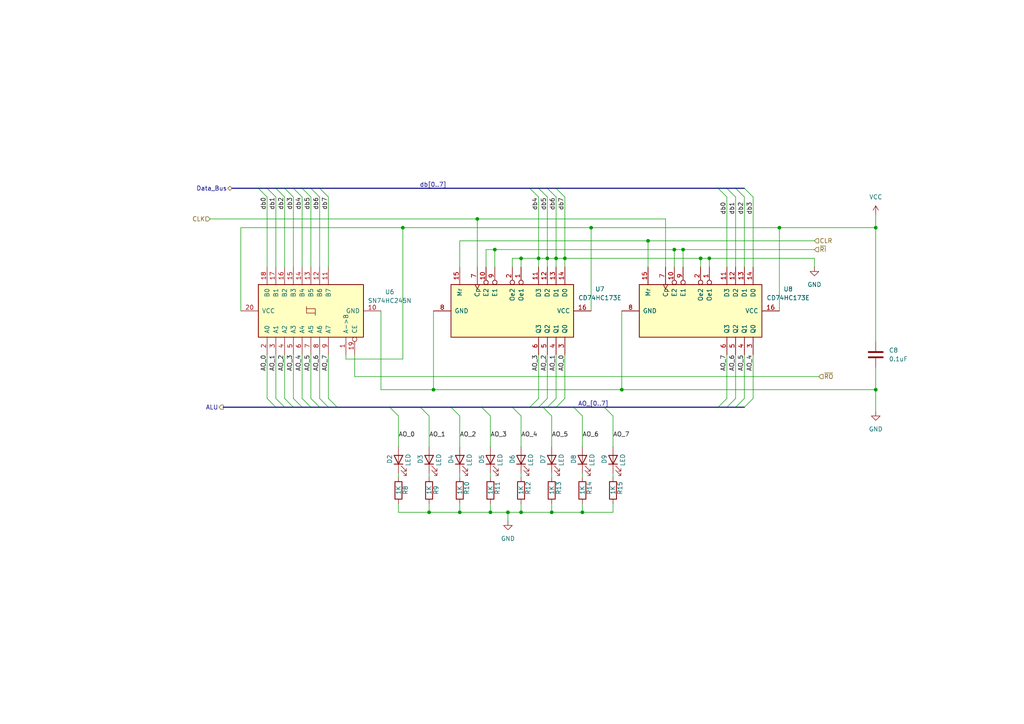
<source format=kicad_sch>
(kicad_sch (version 20231120) (generator "eeschema") (generator_version "8.0")
  (paper "A4")
  (lib_symbols
    (symbol "74xx:74HC173" (pin_names (offset 1.016))
      (property "Reference" "U" (at -7.62 19.05 0))
      (property "Value" "74HC173" (at -7.62 -19.05 0))
      (symbol "74HC173_1_0"
        (pin input inverted (at -12.7 2.54 0) (length 5.08) (name "Oe1") (number "1"))
        (pin input inverted (at -12.7 -7.62 0) (length 5.08) (name "E2") (number "10"))
        (pin input line (at -12.7 7.62 0) (length 5.08) (name "D3") (number "11"))
        (pin input line (at -12.7 10.16 0) (length 5.08) (name "D2") (number "12"))
        (pin input line (at -12.7 12.7 0) (length 5.08) (name "D1") (number "13"))
        (pin input line (at -12.7 15.24 0) (length 5.08) (name "D0") (number "14"))
        (pin input line (at -12.7 -15.24 0) (length 5.08) (name "Mr") (number "15"))
        (pin power_in line (at 0 22.86 270) (length 5.08) (name "VCC") (number "16"))
        (pin input inverted (at -12.7 0 0) (length 5.08) (name "Oe2") (number "2"))
        (pin tri_state line (at 12.7 15.24 180) (length 5.08) (name "Q0") (number "3"))
        (pin tri_state line (at 12.7 12.7 180) (length 5.08) (name "Q1") (number "4"))
        (pin tri_state line (at 12.7 10.16 180) (length 5.08) (name "Q2") (number "5"))
        (pin tri_state line (at 12.7 7.62 180) (length 5.08) (name "Q3") (number "6"))
        (pin input clock (at -12.7 -10.16 0) (length 5.08) (name "Cp") (number "7"))
        (pin power_in line (at 0 -22.86 90) (length 5.08) (name "GND") (number "8"))
        (pin input inverted (at -12.7 -5.08 0) (length 5.08) (name "E1") (number "9"))
      )
      (symbol "74HC173_1_1"
        (rectangle (start -7.62 17.78) (end 7.62 -17.78) (stroke (width 0.254)) (fill (type background)))
      )
    )
    (symbol "74xx:74HC245" (pin_names (offset 1.016))
      (property "Reference" "U" (at -7.62 16.51 0))
      (property "Value" "74HC245" (at -7.62 -16.51 0))
      (symbol "74HC245_1_0"
        (polyline (pts (xy -0.635 -1.27) (xy -0.635 1.27) (xy 0.635 1.27)))
        (polyline (pts (xy -1.27 -1.27) (xy 0.635 -1.27) (xy 0.635 1.27) (xy 1.27 1.27)))
        (pin input line (at -12.7 -10.16 0) (length 5.08) (name "A->B") (number "1"))
        (pin power_in line (at 0 -20.32 90) (length 5.08) (name "GND") (number "10"))
        (pin tri_state line (at 12.7 -5.08 180) (length 5.08) (name "B7") (number "11"))
        (pin tri_state line (at 12.7 -2.54 180) (length 5.08) (name "B6") (number "12"))
        (pin tri_state line (at 12.7 0 180) (length 5.08) (name "B5") (number "13"))
        (pin tri_state line (at 12.7 2.54 180) (length 5.08) (name "B4") (number "14"))
        (pin tri_state line (at 12.7 5.08 180) (length 5.08) (name "B3") (number "15"))
        (pin tri_state line (at 12.7 7.62 180) (length 5.08) (name "B2") (number "16"))
        (pin tri_state line (at 12.7 10.16 180) (length 5.08) (name "B1") (number "17"))
        (pin tri_state line (at 12.7 12.7 180) (length 5.08) (name "B0") (number "18"))
        (pin input inverted (at -12.7 -12.7 0) (length 5.08) (name "CE") (number "19"))
        (pin tri_state line (at -12.7 12.7 0) (length 5.08) (name "A0") (number "2"))
        (pin power_in line (at 0 20.32 270) (length 5.08) (name "VCC") (number "20"))
        (pin tri_state line (at -12.7 10.16 0) (length 5.08) (name "A1") (number "3"))
        (pin tri_state line (at -12.7 7.62 0) (length 5.08) (name "A2") (number "4"))
        (pin tri_state line (at -12.7 5.08 0) (length 5.08) (name "A3") (number "5"))
        (pin tri_state line (at -12.7 2.54 0) (length 5.08) (name "A4") (number "6"))
        (pin tri_state line (at -12.7 0 0) (length 5.08) (name "A5") (number "7"))
        (pin tri_state line (at -12.7 -2.54 0) (length 5.08) (name "A6") (number "8"))
        (pin tri_state line (at -12.7 -5.08 0) (length 5.08) (name "A7") (number "9"))
      )
      (symbol "74HC245_1_1"
        (rectangle (start -7.62 15.24) (end 7.62 -15.24) (stroke (width 0.254)) (fill (type background)))
      )
    )
    (symbol "Device:C" (pin_numbers hide) (pin_names (offset 0.254))
      (property "Reference" "C" (at 0.635 2.54 0))
      (property "Value" "C" (at 0.635 -2.54 0))
      (symbol "C_0_1"
        (polyline (pts (xy -2.032 -0.762) (xy 2.032 -0.762)) (stroke (width 0.508)))
        (polyline (pts (xy -2.032 0.762) (xy 2.032 0.762)) (stroke (width 0.508)))
      )
      (symbol "C_1_1"
        (pin passive line (at 0 3.81 270) (length 2.794) (name "~") (number "1"))
        (pin passive line (at 0 -3.81 90) (length 2.794) (name "~") (number "2"))
      )
    )
    (symbol "Device:LED" (pin_numbers hide) (pin_names (offset 1.016) hide)
      (property "Reference" "D" (at 0 2.54 0))
      (property "Value" "LED" (at 0 -2.54 0))
      (symbol "LED_0_1"
        (polyline (pts (xy -1.27 -1.27) (xy -1.27 1.27)) (stroke (width 0.254)))
        (polyline (pts (xy -1.27 0) (xy 1.27 0)))
        (polyline (pts (xy 1.27 -1.27) (xy 1.27 1.27) (xy -1.27 0) (xy 1.27 -1.27)) (stroke (width 0.254)))
        (polyline (pts (xy -3.048 -0.762) (xy -4.572 -2.286) (xy -3.81 -2.286) (xy -4.572 -2.286) (xy -4.572 -1.524)))
        (polyline (pts (xy -1.778 -0.762) (xy -3.302 -2.286) (xy -2.54 -2.286) (xy -3.302 -2.286) (xy -3.302 -1.524)))
      )
      (symbol "LED_1_1"
        (pin passive line (at -3.81 0 0) (length 2.54) (name "K") (number "1"))
        (pin passive line (at 3.81 0 180) (length 2.54) (name "A") (number "2"))
      )
    )
    (symbol "Device:R" (pin_numbers hide) (pin_names (offset 0))
      (property "Reference" "R" (at 2.032 0 90))
      (property "Value" "R" (at 0 0 90))
      (symbol "R_0_1"
        (rectangle (start -1.016 -2.54) (end 1.016 2.54) (stroke (width 0.254)))
      )
      (symbol "R_1_1"
        (pin passive line (at 0 3.81 270) (length 1.27) (name "~") (number "1"))
        (pin passive line (at 0 -3.81 90) (length 1.27) (name "~") (number "2"))
      )
    )
    (symbol "power:GND" (power) (pin_numbers hide) (pin_names (offset 0) hide)
      (property "Value" "GND" (at 0 -3.81 0))
      (symbol "GND_0_1"
        (polyline (pts (xy 0 0) (xy 0 -1.27) (xy 1.27 -1.27) (xy 0 -2.54) (xy -1.27 -1.27) (xy 0 -1.27)))
      )
      (symbol "GND_1_1"
        (pin power_in line (at 0 0 270) (length 0) (name "~") (number "1"))
      )
    )
    (symbol "power:VCC" (power) (pin_numbers hide) (pin_names (offset 0) hide)
      (property "Value" "VCC" (at 0 3.556 0))
      (symbol "VCC_0_1"
        (polyline (pts (xy -0.762 1.27) (xy 0 2.54)))
        (polyline (pts (xy 0 0) (xy 0 2.54)))
        (polyline (pts (xy 0 2.54) (xy 0.762 1.27)))
      )
      (symbol "VCC_1_1"
        (pin power_in line (at 0 0 90) (length 0) (name "~") (number "1"))
      )
    )
  )
  (junction (at 133.35 148.59))
  (junction (at 160.02 148.59))
  (junction (at 163.83 74.93))
  (junction (at 161.29 74.93))
  (junction (at 116.84 66.04))
  (junction (at 147.32 148.59))
  (junction (at 203.2 74.93))
  (junction (at 142.24 148.59))
  (junction (at 138.43 63.5))
  (junction (at 180.34 113.03))
  (junction (at 151.13 148.59))
  (junction (at 156.21 74.93))
  (junction (at 158.75 74.93))
  (junction (at 226.06 66.04))
  (junction (at 124.46 148.59))
  (junction (at 168.91 148.59))
  (junction (at 171.45 66.04))
  (junction (at 205.74 74.93))
  (junction (at 195.58 72.39))
  (junction (at 125.73 113.03))
  (junction (at 143.51 72.39))
  (junction (at 187.96 69.85))
  (junction (at 151.13 74.93))
  (junction (at 254 66.04))
  (junction (at 254 113.03))
  (junction (at 198.12 72.39))
  (bus_entry (at 210.82 118.11) (size 2.54 -2.54))
  (bus_entry (at 210.82 54.61) (size 2.54 2.54))
  (bus_entry (at 90.17 115.57) (size 2.54 2.54))
  (bus_entry (at 156.21 54.61) (size 2.54 2.54))
  (bus_entry (at 92.71 57.15) (size -2.54 -2.54))
  (bus_entry (at 77.47 115.57) (size 2.54 2.54))
  (bus_entry (at 158.75 54.61) (size 2.54 2.54))
  (bus_entry (at 87.63 57.15) (size -2.54 -2.54))
  (bus_entry (at 82.55 115.57) (size 2.54 2.54))
  (bus_entry (at 87.63 115.57) (size 2.54 2.54))
  (bus_entry (at 85.09 115.57) (size 2.54 2.54))
  (bus_entry (at 208.28 118.11) (size 2.54 -2.54))
  (bus_entry (at 92.71 115.57) (size 2.54 2.54))
  (bus_entry (at 85.09 57.15) (size -2.54 -2.54))
  (bus_entry (at 215.9 118.11) (size 2.54 -2.54))
  (bus_entry (at 130.81 118.11) (size 2.54 2.54))
  (bus_entry (at 121.92 118.11) (size 2.54 2.54))
  (bus_entry (at 157.48 118.11) (size 2.54 2.54))
  (bus_entry (at 95.25 115.57) (size 2.54 2.54))
  (bus_entry (at 161.29 118.11) (size 2.54 -2.54))
  (bus_entry (at 113.03 118.11) (size 2.54 2.54))
  (bus_entry (at 208.28 54.61) (size 2.54 2.54))
  (bus_entry (at 77.47 57.15) (size -2.54 -2.54))
  (bus_entry (at 95.25 57.15) (size -2.54 -2.54))
  (bus_entry (at 80.01 115.57) (size 2.54 2.54))
  (bus_entry (at 161.29 54.61) (size 2.54 2.54))
  (bus_entry (at 80.01 57.15) (size -2.54 -2.54))
  (bus_entry (at 213.36 54.61) (size 2.54 2.54))
  (bus_entry (at 153.67 118.11) (size 2.54 -2.54))
  (bus_entry (at 215.9 54.61) (size 2.54 2.54))
  (bus_entry (at 156.21 118.11) (size 2.54 -2.54))
  (bus_entry (at 82.55 57.15) (size -2.54 -2.54))
  (bus_entry (at 139.7 118.11) (size 2.54 2.54))
  (bus_entry (at 175.26 118.11) (size 2.54 2.54))
  (bus_entry (at 166.37 118.11) (size 2.54 2.54))
  (bus_entry (at 148.59 118.11) (size 2.54 2.54))
  (bus_entry (at 90.17 57.15) (size -2.54 -2.54))
  (bus_entry (at 213.36 118.11) (size 2.54 -2.54))
  (bus_entry (at 153.67 54.61) (size 2.54 2.54))
  (bus_entry (at 158.75 118.11) (size 2.54 -2.54))
  (wire (pts (xy 124.46 120.65) (xy 124.46 129.54)))
  (wire (pts (xy 163.83 77.47) (xy 163.83 74.93)))
  (bus (pts (xy 213.36 118.11) (xy 215.9 118.11)))
  (bus (pts (xy 87.63 54.61) (xy 85.09 54.61)))
  (wire (pts (xy 110.49 90.17) (xy 110.49 113.03)))
  (wire (pts (xy 87.63 57.15) (xy 87.63 77.47)))
  (bus (pts (xy 90.17 118.11) (xy 92.71 118.11)))
  (wire (pts (xy 110.49 113.03) (xy 125.73 113.03)))
  (wire (pts (xy 77.47 102.87) (xy 77.47 115.57)))
  (wire (pts (xy 163.83 57.15) (xy 163.83 74.93)))
  (wire (pts (xy 115.57 146.05) (xy 115.57 148.59)))
  (wire (pts (xy 102.87 102.87) (xy 102.87 109.22)))
  (wire (pts (xy 95.25 57.15) (xy 95.25 77.47)))
  (bus (pts (xy 161.29 54.61) (xy 208.28 54.61)))
  (wire (pts (xy 124.46 148.59) (xy 133.35 148.59)))
  (wire (pts (xy 254 119.38) (xy 254 113.03)))
  (bus (pts (xy 157.48 118.11) (xy 158.75 118.11)))
  (wire (pts (xy 85.09 57.15) (xy 85.09 77.47)))
  (wire (pts (xy 77.47 57.15) (xy 77.47 77.47)))
  (wire (pts (xy 210.82 102.87) (xy 210.82 115.57)))
  (wire (pts (xy 158.75 57.15) (xy 158.75 74.93)))
  (wire (pts (xy 198.12 72.39) (xy 236.22 72.39)))
  (wire (pts (xy 140.97 72.39) (xy 143.51 72.39)))
  (bus (pts (xy 77.47 54.61) (xy 80.01 54.61)))
  (wire (pts (xy 215.9 57.15) (xy 215.9 77.47)))
  (wire (pts (xy 92.71 57.15) (xy 92.71 77.47)))
  (wire (pts (xy 151.13 146.05) (xy 151.13 148.59)))
  (wire (pts (xy 163.83 102.87) (xy 163.83 115.57)))
  (wire (pts (xy 124.46 146.05) (xy 124.46 148.59)))
  (wire (pts (xy 213.36 102.87) (xy 213.36 115.57)))
  (bus (pts (xy 92.71 54.61) (xy 153.67 54.61)))
  (wire (pts (xy 116.84 104.14) (xy 116.84 66.04)))
  (wire (pts (xy 90.17 57.15) (xy 90.17 77.47)))
  (wire (pts (xy 168.91 148.59) (xy 160.02 148.59)))
  (bus (pts (xy 210.82 118.11) (xy 213.36 118.11)))
  (wire (pts (xy 160.02 146.05) (xy 160.02 148.59)))
  (wire (pts (xy 133.35 146.05) (xy 133.35 148.59)))
  (wire (pts (xy 218.44 57.15) (xy 218.44 77.47)))
  (bus (pts (xy 95.25 118.11) (xy 97.79 118.11)))
  (wire (pts (xy 254 106.68) (xy 254 113.03)))
  (wire (pts (xy 180.34 113.03) (xy 254 113.03)))
  (wire (pts (xy 236.22 74.93) (xy 236.22 77.47)))
  (wire (pts (xy 177.8 120.65) (xy 177.8 129.54)))
  (bus (pts (xy 113.03 118.11) (xy 121.92 118.11)))
  (wire (pts (xy 160.02 120.65) (xy 160.02 129.54)))
  (wire (pts (xy 148.59 74.93) (xy 148.59 77.47)))
  (wire (pts (xy 218.44 115.57) (xy 218.44 102.87)))
  (wire (pts (xy 210.82 57.15) (xy 210.82 77.47)))
  (wire (pts (xy 102.87 109.22) (xy 237.49 109.22)))
  (wire (pts (xy 80.01 102.87) (xy 80.01 115.57)))
  (bus (pts (xy 153.67 118.11) (xy 156.21 118.11)))
  (wire (pts (xy 226.06 66.04) (xy 254 66.04)))
  (wire (pts (xy 213.36 57.15) (xy 213.36 77.47)))
  (wire (pts (xy 60.96 63.5) (xy 138.43 63.5)))
  (bus (pts (xy 166.37 118.11) (xy 175.26 118.11)))
  (wire (pts (xy 80.01 57.15) (xy 80.01 77.47)))
  (bus (pts (xy 80.01 54.61) (xy 82.55 54.61)))
  (wire (pts (xy 254 66.04) (xy 254 99.06)))
  (wire (pts (xy 171.45 90.17) (xy 171.45 66.04)))
  (wire (pts (xy 100.33 104.14) (xy 116.84 104.14)))
  (wire (pts (xy 133.35 120.65) (xy 133.35 129.54)))
  (wire (pts (xy 82.55 102.87) (xy 82.55 115.57)))
  (wire (pts (xy 163.83 74.93) (xy 203.2 74.93)))
  (bus (pts (xy 156.21 118.11) (xy 157.48 118.11)))
  (wire (pts (xy 160.02 148.59) (xy 151.13 148.59)))
  (wire (pts (xy 215.9 115.57) (xy 215.9 102.87)))
  (bus (pts (xy 158.75 54.61) (xy 161.29 54.61)))
  (wire (pts (xy 87.63 102.87) (xy 87.63 115.57)))
  (wire (pts (xy 158.75 74.93) (xy 161.29 74.93)))
  (bus (pts (xy 208.28 118.11) (xy 210.82 118.11)))
  (bus (pts (xy 82.55 118.11) (xy 85.09 118.11)))
  (wire (pts (xy 161.29 77.47) (xy 161.29 74.93)))
  (wire (pts (xy 95.25 102.87) (xy 95.25 115.57)))
  (wire (pts (xy 147.32 148.59) (xy 147.32 151.13)))
  (bus (pts (xy 85.09 54.61) (xy 82.55 54.61)))
  (wire (pts (xy 203.2 77.47) (xy 203.2 74.93)))
  (wire (pts (xy 168.91 120.65) (xy 168.91 129.54)))
  (wire (pts (xy 133.35 77.47) (xy 133.35 69.85)))
  (wire (pts (xy 151.13 77.47) (xy 151.13 74.93)))
  (wire (pts (xy 180.34 90.17) (xy 180.34 113.03)))
  (wire (pts (xy 92.71 102.87) (xy 92.71 115.57)))
  (bus (pts (xy 87.63 54.61) (xy 90.17 54.61)))
  (wire (pts (xy 161.29 102.87) (xy 161.29 115.57)))
  (wire (pts (xy 133.35 137.16) (xy 133.35 138.43)))
  (wire (pts (xy 115.57 120.65) (xy 115.57 129.54)))
  (wire (pts (xy 90.17 102.87) (xy 90.17 115.57)))
  (wire (pts (xy 203.2 74.93) (xy 205.74 74.93)))
  (wire (pts (xy 142.24 148.59) (xy 147.32 148.59)))
  (bus (pts (xy 92.71 54.61) (xy 90.17 54.61)))
  (wire (pts (xy 205.74 74.93) (xy 205.74 77.47)))
  (wire (pts (xy 143.51 72.39) (xy 143.51 77.47)))
  (wire (pts (xy 187.96 69.85) (xy 236.22 69.85)))
  (wire (pts (xy 226.06 66.04) (xy 226.06 90.17)))
  (wire (pts (xy 69.85 90.17) (xy 69.85 66.04)))
  (bus (pts (xy 121.92 118.11) (xy 130.81 118.11)))
  (bus (pts (xy 130.81 118.11) (xy 139.7 118.11)))
  (wire (pts (xy 156.21 77.47) (xy 156.21 74.93)))
  (bus (pts (xy 64.77 118.11) (xy 80.01 118.11)))
  (wire (pts (xy 151.13 137.16) (xy 151.13 138.43)))
  (wire (pts (xy 198.12 72.39) (xy 198.12 77.47)))
  (bus (pts (xy 97.79 118.11) (xy 113.03 118.11)))
  (wire (pts (xy 138.43 63.5) (xy 138.43 77.47)))
  (bus (pts (xy 161.29 118.11) (xy 158.75 118.11)))
  (bus (pts (xy 92.71 118.11) (xy 95.25 118.11)))
  (wire (pts (xy 161.29 74.93) (xy 163.83 74.93)))
  (wire (pts (xy 124.46 137.16) (xy 124.46 138.43)))
  (wire (pts (xy 142.24 137.16) (xy 142.24 138.43)))
  (bus (pts (xy 210.82 54.61) (xy 213.36 54.61)))
  (wire (pts (xy 171.45 66.04) (xy 226.06 66.04)))
  (wire (pts (xy 82.55 57.15) (xy 82.55 77.47)))
  (wire (pts (xy 168.91 146.05) (xy 168.91 148.59)))
  (bus (pts (xy 80.01 118.11) (xy 82.55 118.11)))
  (wire (pts (xy 156.21 74.93) (xy 158.75 74.93)))
  (bus (pts (xy 213.36 54.61) (xy 215.9 54.61)))
  (wire (pts (xy 151.13 74.93) (xy 156.21 74.93)))
  (wire (pts (xy 205.74 74.93) (xy 236.22 74.93)))
  (bus (pts (xy 208.28 54.61) (xy 210.82 54.61)))
  (wire (pts (xy 151.13 148.59) (xy 147.32 148.59)))
  (wire (pts (xy 160.02 137.16) (xy 160.02 138.43)))
  (wire (pts (xy 116.84 66.04) (xy 171.45 66.04)))
  (wire (pts (xy 177.8 146.05) (xy 177.8 148.59)))
  (wire (pts (xy 254 62.23) (xy 254 66.04)))
  (bus (pts (xy 67.31 54.61) (xy 74.93 54.61)))
  (wire (pts (xy 125.73 90.17) (xy 125.73 113.03)))
  (wire (pts (xy 158.75 102.87) (xy 158.75 115.57)))
  (wire (pts (xy 158.75 77.47) (xy 158.75 74.93)))
  (wire (pts (xy 161.29 57.15) (xy 161.29 74.93)))
  (wire (pts (xy 193.04 63.5) (xy 193.04 77.47)))
  (wire (pts (xy 143.51 72.39) (xy 195.58 72.39)))
  (wire (pts (xy 138.43 63.5) (xy 193.04 63.5)))
  (wire (pts (xy 142.24 146.05) (xy 142.24 148.59)))
  (bus (pts (xy 153.67 54.61) (xy 156.21 54.61)))
  (wire (pts (xy 156.21 102.87) (xy 156.21 115.57)))
  (wire (pts (xy 148.59 74.93) (xy 151.13 74.93)))
  (wire (pts (xy 156.21 57.15) (xy 156.21 74.93)))
  (bus (pts (xy 139.7 118.11) (xy 148.59 118.11)))
  (wire (pts (xy 85.09 102.87) (xy 85.09 115.57)))
  (wire (pts (xy 187.96 69.85) (xy 187.96 77.47)))
  (bus (pts (xy 161.29 118.11) (xy 166.37 118.11)))
  (wire (pts (xy 133.35 148.59) (xy 142.24 148.59)))
  (wire (pts (xy 195.58 72.39) (xy 195.58 77.47)))
  (bus (pts (xy 74.93 54.61) (xy 77.47 54.61)))
  (wire (pts (xy 100.33 102.87) (xy 100.33 104.14)))
  (wire (pts (xy 115.57 137.16) (xy 115.57 138.43)))
  (wire (pts (xy 115.57 148.59) (xy 124.46 148.59)))
  (wire (pts (xy 177.8 148.59) (xy 168.91 148.59)))
  (wire (pts (xy 142.24 120.65) (xy 142.24 129.54)))
  (wire (pts (xy 177.8 137.16) (xy 177.8 138.43)))
  (wire (pts (xy 168.91 137.16) (xy 168.91 138.43)))
  (wire (pts (xy 180.34 113.03) (xy 125.73 113.03)))
  (wire (pts (xy 133.35 69.85) (xy 187.96 69.85)))
  (bus (pts (xy 148.59 118.11) (xy 153.67 118.11)))
  (bus (pts (xy 87.63 118.11) (xy 90.17 118.11)))
  (bus (pts (xy 156.21 54.61) (xy 158.75 54.61)))
  (wire (pts (xy 195.58 72.39) (xy 198.12 72.39)))
  (wire (pts (xy 140.97 77.47) (xy 140.97 72.39)))
  (wire (pts (xy 69.85 66.04) (xy 116.84 66.04)))
  (bus (pts (xy 175.26 118.11) (xy 208.28 118.11)))
  (bus (pts (xy 85.09 118.11) (xy 87.63 118.11)))
  (wire (pts (xy 151.13 120.65) (xy 151.13 129.54)))
  (label "AO_1" (at 161.29 102.87 270))
  (label "db7" (at 163.83 60.96 90))
  (label "AO_3" (at 85.09 102.87 270))
  (label "AO_7" (at 95.25 102.87 270))
  (label "db4" (at 156.21 60.96 90))
  (label "db7" (at 95.25 57.15 270))
  (label "AO_0" (at 163.83 102.87 270))
  (label "AO_6" (at 213.36 102.87 270))
  (label "AO_6" (at 92.71 102.87 270))
  (label "AO_0" (at 115.57 127 0))
  (label "db1" (at 213.36 62.23 90))
  (label "AO_7" (at 177.8 127 0))
  (label "db[0..7]" (at 129.54 54.61 180))
  (label "db5" (at 90.17 57.15 270))
  (label "AO_5" (at 215.9 102.87 270))
  (label "AO_5" (at 160.02 127 0))
  (label "AO_6" (at 168.91 127 0))
  (label "db1" (at 80.01 57.15 270))
  (label "AO_2" (at 158.75 102.87 270))
  (label "db2" (at 215.9 62.23 90))
  (label "AO_7" (at 210.82 102.87 270))
  (label "AO_2" (at 82.55 102.87 270))
  (label "db6" (at 161.29 60.96 90))
  (label "AO_4" (at 218.44 102.87 270))
  (label "db4" (at 87.63 57.15 270))
  (label "AO_3" (at 142.24 127 0))
  (label "db6" (at 92.71 57.15 270))
  (label "AO_4" (at 87.63 102.87 270))
  (label "db2" (at 82.55 57.15 270))
  (label "AO_1" (at 80.01 102.87 270))
  (label "AO_0" (at 77.47 102.87 270))
  (label "AO_4" (at 151.13 127 0))
  (label "db0" (at 210.82 62.23 90))
  (label "AO_[0..7]" (at 167.64 118.11 0))
  (label "db5" (at 158.75 60.96 90))
  (label "AO_1" (at 124.46 127 0))
  (label "AO_5" (at 90.17 102.87 270))
  (label "db3" (at 85.09 57.15 270))
  (label "AO_3" (at 156.21 102.87 270))
  (label "AO_2" (at 133.35 127 0))
  (label "db0" (at 77.47 57.15 270))
  (label "db3" (at 218.44 62.23 90))
  (hierarchical_label "CLR" (shape input) (at 236.22 69.85 0))
  (hierarchical_label "Data_Bus" (shape bidirectional) (at 67.31 54.61 180))
  (hierarchical_label "~{RI}" (shape input) (at 236.22 72.39 0))
  (hierarchical_label "CLK" (shape input) (at 60.96 63.5 180))
  (hierarchical_label "ALU" (shape output) (at 64.77 118.11 180))
  (hierarchical_label "~{RO}" (shape input) (at 237.49 109.22 0))
  (symbol (lib_id "Device:R") (at 151.13 142.24 0) (unit 1)
    (property "Reference" "R12" (at 153.162 143.51 90) (effects (justify left)))
    (property "Value" "1K" (at 151.13 143.51 90) (effects (justify left)))
    (property "Footprint" "Resistor_THT:R_Axial_DIN0309_L9.0mm_D3.2mm_P12.70mm_Horizontal" (effects (hide yes)))
    (property "Description" "Resistor" (effects (hide yes)))
    (instances (project "8-bit computer" (path "" (reference "R12") (unit 1)) (path "" (reference "R20") (unit 1))))
  )
  (symbol (lib_id "Device:R") (at 124.46 142.24 0) (unit 1)
    (property "Reference" "R9" (at 126.492 143.51 90) (effects (justify left)))
    (property "Value" "1K" (at 124.46 143.51 90) (effects (justify left)))
    (property "Footprint" "Resistor_THT:R_Axial_DIN0309_L9.0mm_D3.2mm_P12.70mm_Horizontal" (effects (hide yes)))
    (property "Description" "Resistor" (effects (hide yes)))
    (instances (project "8-bit computer" (path "" (reference "R9") (unit 1)) (path "" (reference "R17") (unit 1))))
  )
  (symbol (lib_id "Device:R") (at 133.35 142.24 0) (unit 1)
    (property "Reference" "R10" (at 135.382 143.51 90) (effects (justify left)))
    (property "Value" "1K" (at 133.35 143.51 90) (effects (justify left)))
    (property "Footprint" "Resistor_THT:R_Axial_DIN0309_L9.0mm_D3.2mm_P12.70mm_Horizontal" (effects (hide yes)))
    (property "Description" "Resistor" (effects (hide yes)))
    (instances (project "8-bit computer" (path "" (reference "R10") (unit 1)) (path "" (reference "R18") (unit 1))))
  )
  (symbol (lib_id "Device:R") (at 142.24 142.24 0) (unit 1)
    (property "Reference" "R11" (at 144.272 143.51 90) (effects (justify left)))
    (property "Value" "1K" (at 142.24 143.51 90) (effects (justify left)))
    (property "Footprint" "Resistor_THT:R_Axial_DIN0309_L9.0mm_D3.2mm_P12.70mm_Horizontal" (effects (hide yes)))
    (property "Description" "Resistor" (effects (hide yes)))
    (instances (project "8-bit computer" (path "" (reference "R11") (unit 1)) (path "" (reference "R19") (unit 1))))
  )
  (symbol (lib_id "Device:LED") (at 115.57 133.35 90) (unit 1)
    (property "Reference" "D2" (at 113.03 131.826 0) (effects (justify right)))
    (property "Value" "LED" (at 118.364 131.572 0) (effects (justify right)))
    (property "Footprint" "LED_THT:LED_D5.0mm" (effects (hide yes)))
    (property "Description" "Light emitting diode" (effects (hide yes)))
    (instances (project "8-bit computer" (path "" (reference "D2") (unit 1)) (path "" (reference "D10") (unit 1))))
  )
  (symbol (lib_id "Device:LED") (at 133.35 133.35 90) (unit 1)
    (property "Reference" "D4" (at 130.81 131.826 0) (effects (justify right)))
    (property "Value" "LED" (at 136.144 131.572 0) (effects (justify right)))
    (property "Footprint" "LED_THT:LED_D5.0mm" (effects (hide yes)))
    (property "Description" "Light emitting diode" (effects (hide yes)))
    (instances (project "8-bit computer" (path "" (reference "D4") (unit 1)) (path "" (reference "D12") (unit 1))))
  )
  (symbol (lib_id "power:GND") (at 254 119.38 0) (unit 1)
    (property "Reference" "#PWR012" (effects (hide yes)))
    (property "Value" "GND" (at 254 124.46 0))
    (property "Description" "Power symbol creates a global label with name \"GND\" , ground" (effects (hide yes)))
    (instances (project "8-bit computer" (path "" (reference "#PWR012") (unit 1)) (path "" (reference "#PWR016") (unit 1))))
  )
  (symbol (lib_id "Device:LED") (at 124.46 133.35 90) (unit 1)
    (property "Reference" "D3" (at 121.92 131.826 0) (effects (justify right)))
    (property "Value" "LED" (at 127.254 131.572 0) (effects (justify right)))
    (property "Footprint" "LED_THT:LED_D5.0mm" (effects (hide yes)))
    (property "Description" "Light emitting diode" (effects (hide yes)))
    (instances (project "8-bit computer" (path "" (reference "D3") (unit 1)) (path "" (reference "D11") (unit 1))))
  )
  (symbol (lib_id "Device:R") (at 177.8 142.24 0) (unit 1)
    (property "Reference" "R15" (at 179.832 143.51 90) (effects (justify left)))
    (property "Value" "1K" (at 177.8 143.51 90) (effects (justify left)))
    (property "Footprint" "Resistor_THT:R_Axial_DIN0309_L9.0mm_D3.2mm_P12.70mm_Horizontal" (effects (hide yes)))
    (property "Description" "Resistor" (effects (hide yes)))
    (instances (project "8-bit computer" (path "" (reference "R15") (unit 1)) (path "" (reference "R23") (unit 1))))
  )
  (symbol (lib_id "Device:LED") (at 142.24 133.35 90) (unit 1)
    (property "Reference" "D5" (at 139.7 131.826 0) (effects (justify right)))
    (property "Value" "LED" (at 145.034 131.572 0) (effects (justify right)))
    (property "Footprint" "LED_THT:LED_D5.0mm" (effects (hide yes)))
    (property "Description" "Light emitting diode" (effects (hide yes)))
    (instances (project "8-bit computer" (path "" (reference "D5") (unit 1)) (path "" (reference "D13") (unit 1))))
  )
  (symbol (lib_id "Device:LED") (at 160.02 133.35 90) (unit 1)
    (property "Reference" "D7" (at 157.48 131.826 0) (effects (justify right)))
    (property "Value" "LED" (at 162.814 131.572 0) (effects (justify right)))
    (property "Footprint" "LED_THT:LED_D5.0mm" (effects (hide yes)))
    (property "Description" "Light emitting diode" (effects (hide yes)))
    (instances (project "8-bit computer" (path "" (reference "D7") (unit 1)) (path "" (reference "D15") (unit 1))))
  )
  (symbol (lib_id "74xx:74HC173") (at 148.59 90.17 270) (unit 1)
    (property "Reference" "U7" (at 173.99 83.8514 90))
    (property "Value" "CD74HC173E" (at 173.99 86.3914 90))
    (property "Footprint" "Package_DIP:DIP-16_W7.62mm" (effects (hide yes)))
    (property "Datasheet" "https://www.ti.com/lit/ds/symlink/cd74hc173.pdf" (effects (hide yes)))
    (property "Description" "4-bit D-type Register, 3 state out" (effects (hide yes)))
    (instances (project "8-bit computer" (path "" (reference "U7") (unit 1)) (path "" (reference "U10") (unit 1))))
  )
  (symbol (lib_id "Device:R") (at 115.57 142.24 0) (unit 1)
    (property "Reference" "R8" (at 117.602 143.51 90) (effects (justify left)))
    (property "Value" "1K" (at 115.57 143.51 90) (effects (justify left)))
    (property "Footprint" "Resistor_THT:R_Axial_DIN0309_L9.0mm_D3.2mm_P12.70mm_Horizontal" (effects (hide yes)))
    (property "Description" "Resistor" (effects (hide yes)))
    (instances (project "8-bit computer" (path "" (reference "R8") (unit 1)) (path "" (reference "R16") (unit 1))))
  )
  (symbol (lib_id "Device:R") (at 168.91 142.24 0) (unit 1)
    (property "Reference" "R14" (at 170.942 143.51 90) (effects (justify left)))
    (property "Value" "1K" (at 168.91 143.51 90) (effects (justify left)))
    (property "Footprint" "Resistor_THT:R_Axial_DIN0309_L9.0mm_D3.2mm_P12.70mm_Horizontal" (effects (hide yes)))
    (property "Description" "Resistor" (effects (hide yes)))
    (instances (project "8-bit computer" (path "" (reference "R14") (unit 1)) (path "" (reference "R22") (unit 1))))
  )
  (symbol (lib_id "Device:LED") (at 168.91 133.35 90) (unit 1)
    (property "Reference" "D8" (at 166.37 131.826 0) (effects (justify right)))
    (property "Value" "LED" (at 171.704 131.572 0) (effects (justify right)))
    (property "Footprint" "LED_THT:LED_D5.0mm" (effects (hide yes)))
    (property "Description" "Light emitting diode" (effects (hide yes)))
    (instances (project "8-bit computer" (path "" (reference "D8") (unit 1)) (path "" (reference "D16") (unit 1))))
  )
  (symbol (lib_id "74xx:74HC173") (at 203.2 90.17 270) (unit 1)
    (property "Reference" "U8" (at 228.6 83.8514 90))
    (property "Value" "CD74HC173E" (at 228.6 86.3914 90))
    (property "Footprint" "Package_DIP:DIP-16_W7.62mm" (effects (hide yes)))
    (property "Datasheet" "https://www.ti.com/lit/ds/symlink/cd74hc173.pdf" (effects (hide yes)))
    (property "Description" "4-bit D-type Register, 3 state out" (effects (hide yes)))
    (instances (project "8-bit computer" (path "" (reference "U8") (unit 1)) (path "" (reference "U11") (unit 1))))
  )
  (symbol (lib_id "power:VCC") (at 254 62.23 0) (unit 1)
    (property "Reference" "#PWR010" (effects (hide yes)))
    (property "Value" "VCC" (at 254 57.15 0))
    (property "Description" "Power symbol creates a global label with name \"VCC\"" (effects (hide yes)))
    (instances (project "8-bit computer" (path "" (reference "#PWR010") (unit 1)) (path "" (reference "#PWR014") (unit 1))))
  )
  (symbol (lib_id "power:GND") (at 147.32 151.13 0) (unit 1)
    (property "Reference" "#PWR013" (effects (hide yes)))
    (property "Value" "GND" (at 147.32 156.21 0))
    (property "Description" "Power symbol creates a global label with name \"GND\" , ground" (effects (hide yes)))
    (instances (project "8-bit computer" (path "" (reference "#PWR013") (unit 1)) (path "" (reference "#PWR017") (unit 1))))
  )
  (symbol (lib_id "Device:C") (at 254 102.87 0) (unit 1)
    (property "Reference" "C8" (at 257.81 101.5999 0) (effects (justify left)))
    (property "Value" "0.1uF" (at 257.81 104.1399 0) (effects (justify left)))
    (property "Footprint" "Capacitor_THT:C_Disc_D5.0mm_W2.5mm_P5.00mm" (effects (hide yes)))
    (property "Description" "Unpolarized capacitor" (effects (hide yes)))
    (instances (project "8-bit computer" (path "" (reference "C8") (unit 1)) (path "" (reference "C9") (unit 1))))
  )
  (symbol (lib_id "Device:R") (at 160.02 142.24 0) (unit 1)
    (property "Reference" "R13" (at 162.052 143.51 90) (effects (justify left)))
    (property "Value" "1K" (at 160.02 143.51 90) (effects (justify left)))
    (property "Footprint" "Resistor_THT:R_Axial_DIN0309_L9.0mm_D3.2mm_P12.70mm_Horizontal" (effects (hide yes)))
    (property "Description" "Resistor" (effects (hide yes)))
    (instances (project "8-bit computer" (path "" (reference "R13") (unit 1)) (path "" (reference "R21") (unit 1))))
  )
  (symbol (lib_id "power:GND") (at 236.22 77.47 0) (unit 1)
    (property "Reference" "#PWR011" (effects (hide yes)))
    (property "Value" "GND" (at 236.22 82.55 0))
    (property "Description" "Power symbol creates a global label with name \"GND\" , ground" (effects (hide yes)))
    (instances (project "8-bit computer" (path "" (reference "#PWR011") (unit 1)) (path "" (reference "#PWR015") (unit 1))))
  )
  (symbol (lib_id "Device:LED") (at 177.8 133.35 90) (unit 1)
    (property "Reference" "D9" (at 175.26 131.826 0) (effects (justify right)))
    (property "Value" "LED" (at 180.594 131.572 0) (effects (justify right)))
    (property "Footprint" "LED_THT:LED_D5.0mm" (effects (hide yes)))
    (property "Description" "Light emitting diode" (effects (hide yes)))
    (instances (project "8-bit computer" (path "" (reference "D9") (unit 1)) (path "" (reference "D17") (unit 1))))
  )
  (symbol (lib_id "Device:LED") (at 151.13 133.35 90) (unit 1)
    (property "Reference" "D6" (at 148.59 131.826 0) (effects (justify right)))
    (property "Value" "LED" (at 153.924 131.572 0) (effects (justify right)))
    (property "Footprint" "LED_THT:LED_D5.0mm" (effects (hide yes)))
    (property "Description" "Light emitting diode" (effects (hide yes)))
    (instances (project "8-bit computer" (path "" (reference "D6") (unit 1)) (path "" (reference "D14") (unit 1))))
  )
  (symbol (lib_id "74xx:74HC245") (at 90.17 90.17 90) (unit 1)
    (property "Reference" "U6" (at 113.03 84.6738 90))
    (property "Value" "SN74HC245N" (at 113.03 87.2138 90))
    (property "Footprint" "Package_DIP:DIP-20_W7.62mm" (effects (hide yes)))
    (property "Datasheet" "http://www.ti.com/lit/gpn/sn74HC245" (effects (hide yes)))
    (property "Description" "Octal BUS Transceivers, 3-State outputs" (effects (hide yes)))
    (instances (project "8-bit computer" (path "" (reference "U6") (unit 1)) (path "" (reference "U9") (unit 1))))
  )
)
</source>
